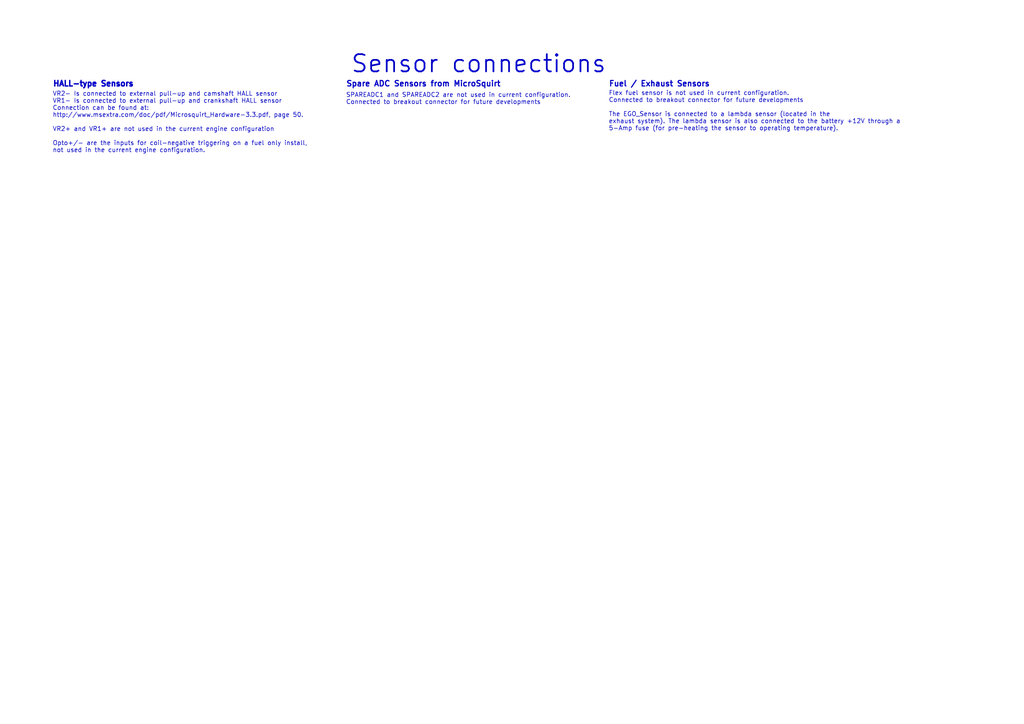
<source format=kicad_sch>
(kicad_sch (version 20211123) (generator eeschema)
  (paper "A4")
  (lib_symbols)
  (text "Sensor connections" (at 101.6 21.59 0) (effects (font (size 5 5) (thickness 0.5) bold) (justify left bottom)))
  (text "VR2- Is connected to external pull-up and camshaft HALL sensor\nVR1- Is connected to external pull-up and crankshaft HALL sensor\nConnection can be found at: \nhttp://www.msextra.com/doc/pdf/Microsquirt_Hardware-3.3.pdf, page 50.\n\nVR2+ and VR1+ are not used in the current engine configuration\n\nOpto+/- are the inputs for coil-negative triggering on a fuel only install,\nnot used in the current engine configuration." (at 15.24 44.45 0) (effects (font (size 1.27 1.27)) (justify left bottom)))
  (text "Spare ADC Sensors from MicroSquirt" (at 100.33 25.4 0) (effects (font (size 1.6 1.6) bold) (justify left bottom)))
  (text "HALL-type Sensors" (at 15.24 25.4 0) (effects (font (size 1.6 1.6) (thickness 0.4) bold) (justify left bottom)))
  (text "Flex fuel sensor is not used in current configuration.\nConnected to breakout connector for future developments\n\nThe EGO_Sensor is connected to a lambda sensor (located in the \nexhaust system). The lambda sensor is also connected to the battery +12V through a \n5-Amp fuse (for pre-heating the sensor to operating temperature)." (at 176.53 38.1 0) (effects (font (size 1.27 1.27)) (justify left bottom)))
  (text "Fuel / Exhaust Sensors" (at 176.53 25.4 0) (effects (font (size 1.6 1.6) bold) (justify left bottom)))
  (text "SPAREADC1 and SPAREADC2 are not used in current configuration.\nConnected to breakout connector for future developments" (at 100.33 30.48 0) (effects (font (size 1.27 1.27)) (justify left bottom)))
)
</source>
